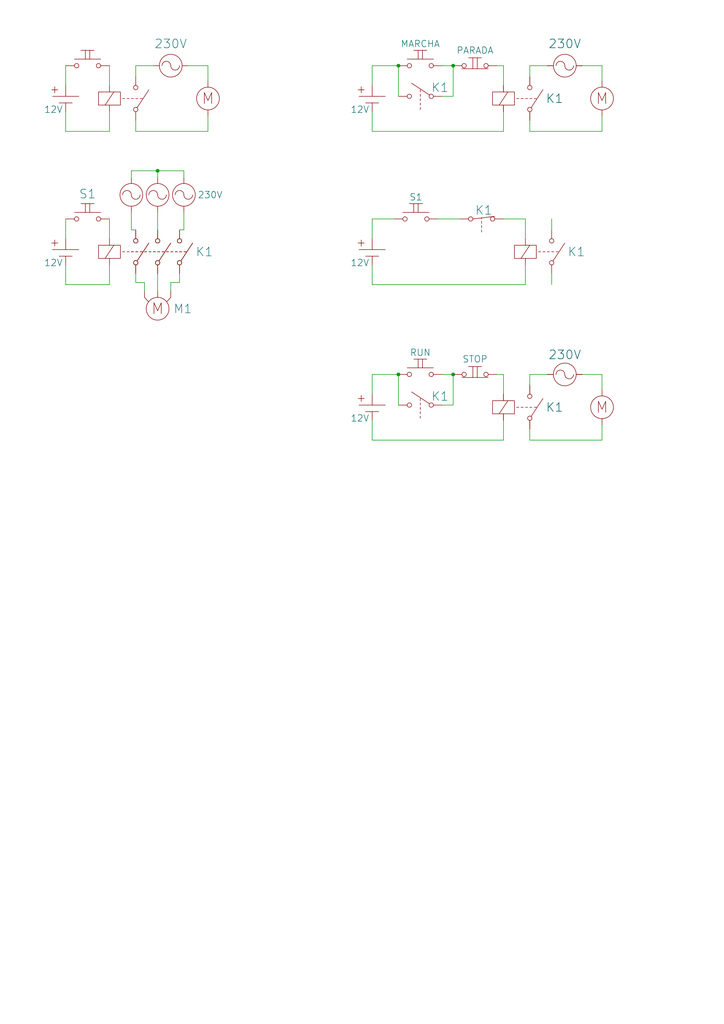
<source format=kicad_sch>
(kicad_sch (version 20230121) (generator eeschema)
  (paper "A4" portrait)
  (title_block (title "Circuitos eléctricos. Conexión serie y paralelo") (date "16/11/2018") (company "www.picuino.com") (comment 1 "Copyright (c) 2018 by Carlos Pardo") (comment 2 "License CC BY-SA 4.0"))
  (lib_symbols
    (symbol "electric-esquema-rele-rescue:Pila-simbolos" (pin_names (offset 1.016))
      (property "Reference" "V" (at 5.08 -4.445 0))
      (symbol "Pila-simbolos_0_1"
        (polyline (pts (xy -4.064 -1.27) (xy -2.286 -1.27)))
        (polyline (pts (xy -3.81 -3.175) (xy 3.81 -3.175)))
        (polyline (pts (xy -3.175 -0.381) (xy -3.175 -2.159)))
        (polyline (pts (xy -1.905 -5.08) (xy 1.905 -5.08)))
      )
      (symbol "Pila-simbolos_1_1"
        (pin input line (at 0 -7.62 90) (length 2.54) (name "") (number ""))
        (pin input line (at 0 0 270) (length 3.175) (name "") (number ""))
      )
    )
    (symbol "electric-esquema-rele-rescue:generador-simbolos" (pin_names (offset 1.016))
      (property "Reference" "V" (at 4.445 -5.08 0))
      (symbol "generador-simbolos_0_0"
        (arc (start 0 -5.08) (mid -1.27 -3.8155) (end -2.54 -5.08))
        (arc (start 0 -5.08) (mid 1.27 -6.3445) (end 2.54 -5.08))
      )
      (symbol "generador-simbolos_0_1"
        (circle (center 0 -5.08) (radius 3.302))
      )
      (symbol "generador-simbolos_1_1"
        (pin input line (at 0 -10.16 90) (length 1.778) (name "") (number ""))
        (pin input line (at 0 0 270) (length 1.778) (name "") (number ""))
      )
    )
    (symbol "electric-esquema-rele-rescue:motor-simbolos" (pin_names (offset 1.016))
      (property "Reference" "M" (at 4.445 -5.08 0))
      (symbol "motor-simbolos_0_0"
        (text "M" (at 0 -5.08 0) (effects (font (size 3.175 3.175))))
      )
      (symbol "motor-simbolos_0_1"
        (circle (center 0 -5.08) (radius 3.302))
      )
      (symbol "motor-simbolos_1_1"
        (pin input line (at 0 -10.16 90) (length 1.778) (name "") (number ""))
        (pin input line (at 0 0 270) (length 1.778) (name "") (number ""))
      )
    )
    (symbol "electric-esquema-rele-rescue:motor_trifásico-simbolos" (pin_names (offset 1.016))
      (property "Reference" "M" (at 4.445 -5.08 0))
      (symbol "motor_trifásico-simbolos_0_0"
        (text "M" (at 0 -5.08 0) (effects (font (size 3.175 3.175))))
      )
      (symbol "motor_trifásico-simbolos_0_1"
        (circle (center 0 -5.08) (radius 3.302))
        (polyline (pts (xy -3.81 -1.778) (xy -2.667 -3.048)))
        (polyline (pts (xy 3.81 -1.778) (xy 2.667 -3.048)))
      )
      (symbol "motor_trifásico-simbolos_1_1"
        (pin input line (at -3.81 0 270) (length 1.778) (name "") (number ""))
        (pin input line (at 0 0 270) (length 1.778) (name "") (number ""))
        (pin input line (at 3.81 0 270) (length 1.778) (name "") (number ""))
      )
    )
    (symbol "electric-esquema-rele-rescue:pulsador_na-simbolos" (pin_names (offset 1.016))
      (property "Reference" "S" (at 1.905 3.175 0))
      (symbol "pulsador_na-simbolos_0_0"
        (polyline (pts (xy 2.54 1.905) (xy 10.16 1.905)))
        (polyline (pts (xy 4.445 4.445) (xy 8.255 4.445)))
        (polyline (pts (xy 5.715 1.905) (xy 5.715 4.445)))
        (polyline (pts (xy 6.985 4.445) (xy 6.985 1.905)))
        (circle (center 3.175 0) (radius 0.635))
        (circle (center 9.525 0) (radius 0.635))
      )
      (symbol "pulsador_na-simbolos_1_1"
        (pin input line (at 0 0 0) (length 2.54) (name "") (number ""))
        (pin input line (at 12.7 0 180) (length 2.54) (name "") (number ""))
      )
    )
    (symbol "electric-esquema-rele-rescue:pulsador_nc-simbolos" (pin_names (offset 1.016))
      (property "Reference" "S" (at 3.81 3.175 0))
      (symbol "pulsador_nc-simbolos_0_0"
        (polyline (pts (xy 2.54 -0.889) (xy 10.16 -0.889)))
        (polyline (pts (xy 4.445 2.286) (xy 8.255 2.286)))
        (polyline (pts (xy 5.715 -0.889) (xy 5.715 2.286)))
        (polyline (pts (xy 6.985 -0.889) (xy 6.985 2.286)))
        (circle (center 3.175 0) (radius 0.635))
        (circle (center 9.525 0) (radius 0.635))
      )
      (symbol "pulsador_nc-simbolos_1_1"
        (pin input line (at 0 0 0) (length 2.54) (name "") (number ""))
        (pin input line (at 12.7 0 180) (length 2.54) (name "") (number ""))
      )
    )
    (symbol "electric-esquema-rele-rescue:rele-simbolos" (pin_names (offset 1.016))
      (property "Reference" "K" (at -4.445 -3.81 0))
      (symbol "rele-simbolos_0_0"
        (rectangle (start -3.175 -1.905) (end 3.175 -5.715))
        (polyline (pts (xy 1.27 -1.905) (xy -1.27 -5.715)))
        (polyline (pts (xy 3.81 -3.81) (xy 4.445 -3.81)))
        (polyline (pts (xy 5.08 -3.81) (xy 5.715 -3.81)))
        (polyline (pts (xy 6.35 -3.81) (xy 6.985 -3.81)))
        (polyline (pts (xy 7.62 -3.81) (xy 8.255 -3.81)))
        (polyline (pts (xy 8.89 -3.81) (xy 9.525 -3.81)))
      )
      (symbol "rele-simbolos_1_0"
        (polyline (pts (xy 11.43 -1.27) (xy 8.001 -6.477)))
        (circle (center 7.62 -6.985) (radius 0.635))
        (circle (center 7.62 -0.635) (radius 0.635))
      )
      (symbol "rele-simbolos_1_1"
        (pin input line (at 0 -7.62 90) (length 1.905) (name "") (number ""))
        (pin input line (at 0 0 270) (length 1.905) (name "") (number ""))
        (pin input line (at 7.62 -10.16 90) (length 2.54) (name "") (number ""))
        (pin input line (at 7.62 2.54 270) (length 2.54) (name "") (number ""))
      )
    )
    (symbol "electric-esquema-rele-rescue:rele_contacto-simbolos" (pin_names (offset 1.016))
      (property "Reference" "K" (at 1.27 -1.27 0))
      (symbol "rele_contacto-simbolos_0_0"
        (polyline (pts (xy -3.81 -6.35) (xy -3.175 -6.35)))
        (polyline (pts (xy -2.54 -6.35) (xy -1.905 -6.35)))
        (polyline (pts (xy -1.27 -6.35) (xy -0.635 -6.35)))
        (polyline (pts (xy 0 -6.35) (xy 0.635 -6.35)))
        (polyline (pts (xy 1.27 -6.35) (xy 1.905 -6.35)))
      )
      (symbol "rele_contacto-simbolos_1_0"
        (circle (center 0 -9.525) (radius 0.635))
        (circle (center 0 -3.175) (radius 0.635))
        (polyline (pts (xy 3.81 -3.81) (xy 0.381 -9.017)))
      )
      (symbol "rele_contacto-simbolos_1_1"
        (pin input line (at 0 -12.7 90) (length 2.54) (name "") (number ""))
        (pin input line (at 0 0 270) (length 2.54) (name "") (number ""))
      )
    )
    (symbol "electric-esquema-rele-rescue:rele_contacto_nc-simbolos" (pin_names (offset 1.016))
      (property "Reference" "K" (at 1.27 -1.27 0))
      (symbol "rele_contacto_nc-simbolos_0_0"
        (polyline (pts (xy -3.81 -6.35) (xy -3.175 -6.35)))
        (polyline (pts (xy -2.54 -6.35) (xy -1.905 -6.35)))
        (polyline (pts (xy -1.27 -6.35) (xy -0.635 -6.35)))
      )
      (symbol "rele_contacto_nc-simbolos_0_1"
        (polyline (pts (xy 0 -8.89) (xy 0.762 -2.54)))
        (polyline (pts (xy 0 -6.35) (xy 0.254 -6.35)))
      )
      (symbol "rele_contacto_nc-simbolos_1_0"
        (circle (center 0 -9.525) (radius 0.635))
        (circle (center 0 -3.175) (radius 0.635))
      )
      (symbol "rele_contacto_nc-simbolos_1_1"
        (pin input line (at 0 -12.7 90) (length 2.54) (name "") (number ""))
        (pin input line (at 0 0 270) (length 2.54) (name "") (number ""))
      )
    )
    (symbol "electric-esquema-rele-rescue:rele_contactor-simbolos" (pin_names (offset 1.016))
      (property "Reference" "K" (at -4.445 -3.81 0))
      (symbol "rele_contactor-simbolos_0_0"
        (rectangle (start -3.175 -1.905) (end 3.175 -5.715))
        (polyline (pts (xy 1.27 -1.905) (xy -1.27 -5.715)))
        (polyline (pts (xy 3.81 -3.81) (xy 4.445 -3.81)))
        (polyline (pts (xy 5.08 -3.81) (xy 5.715 -3.81)))
        (polyline (pts (xy 6.35 -3.81) (xy 6.985 -3.81)))
        (polyline (pts (xy 6.35 -3.81) (xy 6.985 -3.81)))
        (polyline (pts (xy 7.62 -3.81) (xy 8.255 -3.81)))
        (polyline (pts (xy 7.62 -3.81) (xy 8.255 -3.81)))
        (polyline (pts (xy 8.89 -3.81) (xy 9.525 -3.81)))
        (polyline (pts (xy 8.89 -3.81) (xy 9.525 -3.81)))
        (polyline (pts (xy 10.16 -3.81) (xy 10.795 -3.81)))
        (polyline (pts (xy 10.16 -3.81) (xy 10.795 -3.81)))
        (polyline (pts (xy 11.43 -3.81) (xy 12.065 -3.81)))
        (polyline (pts (xy 11.43 -3.81) (xy 12.065 -3.81)))
        (polyline (pts (xy 12.7 -3.81) (xy 13.335 -3.81)))
        (polyline (pts (xy 12.7 -3.81) (xy 13.335 -3.81)))
        (polyline (pts (xy 13.97 -3.81) (xy 14.605 -3.81)))
        (polyline (pts (xy 13.97 -3.81) (xy 14.605 -3.81)))
        (polyline (pts (xy 15.24 -3.81) (xy 15.875 -3.81)))
        (polyline (pts (xy 15.24 -3.81) (xy 15.875 -3.81)))
        (polyline (pts (xy 16.51 -3.81) (xy 17.145 -3.81)))
        (polyline (pts (xy 16.51 -3.81) (xy 17.145 -3.81)))
        (polyline (pts (xy 17.78 -3.81) (xy 18.415 -3.81)))
        (polyline (pts (xy 17.78 -3.81) (xy 18.415 -3.81)))
        (polyline (pts (xy 19.05 -3.81) (xy 19.685 -3.81)))
        (polyline (pts (xy 19.05 -3.81) (xy 19.685 -3.81)))
        (polyline (pts (xy 20.32 -3.81) (xy 20.955 -3.81)))
        (polyline (pts (xy 20.32 -3.81) (xy 20.955 -3.81)))
        (polyline (pts (xy 21.59 -3.81) (xy 22.225 -3.81)))
        (polyline (pts (xy 21.59 -3.81) (xy 22.225 -3.81)))
      )
      (symbol "rele_contactor-simbolos_1_0"
        (polyline (pts (xy 11.43 -1.27) (xy 8.001 -6.477)))
        (polyline (pts (xy 11.43 -1.27) (xy 8.001 -6.477)))
        (polyline (pts (xy 17.78 -1.27) (xy 14.351 -6.477)))
        (polyline (pts (xy 17.78 -1.27) (xy 14.351 -6.477)))
        (polyline (pts (xy 24.13 -1.27) (xy 20.701 -6.477)))
        (polyline (pts (xy 24.13 -1.27) (xy 20.701 -6.477)))
        (circle (center 7.62 -6.985) (radius 0.635))
        (circle (center 7.62 -6.985) (radius 0.635))
        (circle (center 7.62 -0.635) (radius 0.635))
        (circle (center 7.62 -0.635) (radius 0.635))
        (circle (center 13.97 -6.985) (radius 0.635))
        (circle (center 13.97 -6.985) (radius 0.635))
        (circle (center 13.97 -0.635) (radius 0.635))
        (circle (center 13.97 -0.635) (radius 0.635))
        (circle (center 20.32 -6.985) (radius 0.635))
        (circle (center 20.32 -6.985) (radius 0.635))
        (circle (center 20.32 -0.635) (radius 0.635))
        (circle (center 20.32 -0.635) (radius 0.635))
      )
      (symbol "rele_contactor-simbolos_1_1"
        (pin input line (at 0 -7.62 90) (length 1.905) (name "") (number ""))
        (pin input line (at 0 0 270) (length 1.905) (name "") (number ""))
        (pin input line (at 7.62 -10.16 90) (length 2.54) (name "") (number ""))
        (pin input line (at 7.62 -10.16 90) (length 2.54) (name "") (number ""))
        (pin input line (at 7.62 2.54 270) (length 2.54) (name "") (number ""))
        (pin input line (at 7.62 2.54 270) (length 2.54) (name "") (number ""))
        (pin input line (at 13.97 -10.16 90) (length 2.54) (name "") (number ""))
        (pin input line (at 13.97 -10.16 90) (length 2.54) (name "") (number ""))
        (pin input line (at 13.97 2.54 270) (length 2.54) (name "") (number ""))
        (pin input line (at 13.97 2.54 270) (length 2.54) (name "") (number ""))
        (pin input line (at 20.32 -10.16 90) (length 2.54) (name "") (number ""))
        (pin input line (at 20.32 -10.16 90) (length 2.54) (name "") (number ""))
        (pin input line (at 20.32 2.54 270) (length 2.54) (name "") (number ""))
        (pin input line (at 20.32 2.54 270) (length 2.54) (name "") (number ""))
      )
    )
    (symbol "simbolos-electricos:generador_h" (pin_names (offset 1.016))
      (property "Reference" "V" (at 3.81 5.08 0))
      (symbol "generador_h_0_0"
        (arc (start 5.08 0) (mid 3.81 1.2645) (end 2.54 0))
        (arc (start 5.08 0) (mid 6.35 -1.2645) (end 7.62 0))
      )
      (symbol "generador_h_0_1"
        (circle (center 5.08 0) (radius 3.302))
      )
      (symbol "generador_h_1_1"
        (pin input line (at 0 0 0) (length 1.778) (name "") (number ""))
        (pin input line (at 10.16 0 180) (length 1.778) (name "") (number ""))
      )
    )
  )
  (junction (at 131.445 108.585))
  (junction (at 131.445 19.05))
  (junction (at 45.72 49.53))
  (junction (at 115.57 19.05))
  (junction (at 115.57 108.585))
  (wire (pts (xy 53.34 66.675) (xy 52.07 66.675)))
  (wire (pts (xy 128.27 117.475) (xy 131.445 117.475)))
  (wire (pts (xy 39.37 34.925) (xy 39.37 38.1)))
  (wire (pts (xy 115.57 19.05) (xy 107.95 19.05)))
  (wire (pts (xy 45.72 49.53) (xy 45.72 51.435)))
  (wire (pts (xy 152.4 76.835) (xy 152.4 82.55)))
  (wire (pts (xy 38.1 61.595) (xy 38.1 66.675)))
  (wire (pts (xy 60.325 23.495) (xy 60.325 19.05)))
  (wire (pts (xy 107.95 108.585) (xy 107.95 114.3)))
  (wire (pts (xy 144.145 108.585) (xy 146.05 108.585)))
  (wire (pts (xy 45.72 61.595) (xy 45.72 66.675)))
  (wire (pts (xy 128.27 27.94) (xy 131.445 27.94)))
  (wire (pts (xy 49.53 81.915) (xy 52.07 81.915)))
  (wire (pts (xy 39.37 19.05) (xy 39.37 22.225)))
  (wire (pts (xy 31.75 69.215) (xy 31.75 63.5)))
  (wire (pts (xy 146.05 121.92) (xy 146.05 127.635)))
  (wire (pts (xy 38.1 51.435) (xy 38.1 49.53)))
  (wire (pts (xy 153.67 127.635) (xy 174.625 127.635)))
  (wire (pts (xy 168.91 19.05) (xy 174.625 19.05)))
  (wire (pts (xy 19.05 38.1) (xy 31.75 38.1)))
  (wire (pts (xy 160.02 63.5) (xy 160.02 66.675)))
  (wire (pts (xy 174.625 23.495) (xy 174.625 19.05)))
  (wire (pts (xy 144.145 19.05) (xy 146.05 19.05)))
  (wire (pts (xy 114.3 63.5) (xy 107.95 63.5)))
  (wire (pts (xy 107.95 121.92) (xy 107.95 127.635)))
  (wire (pts (xy 153.67 108.585) (xy 153.67 111.76)))
  (wire (pts (xy 31.75 38.1) (xy 31.75 32.385)))
  (wire (pts (xy 146.05 108.585) (xy 146.05 114.3)))
  (wire (pts (xy 153.67 19.05) (xy 158.75 19.05)))
  (wire (pts (xy 60.325 19.05) (xy 54.61 19.05)))
  (wire (pts (xy 19.05 32.385) (xy 19.05 38.1)))
  (wire (pts (xy 146.05 19.05) (xy 146.05 24.765)))
  (wire (pts (xy 174.625 113.03) (xy 174.625 108.585)))
  (wire (pts (xy 39.37 38.1) (xy 60.325 38.1)))
  (wire (pts (xy 153.67 108.585) (xy 158.75 108.585)))
  (wire (pts (xy 45.72 84.455) (xy 45.72 79.375)))
  (wire (pts (xy 19.05 82.55) (xy 31.75 82.55)))
  (wire (pts (xy 153.67 38.1) (xy 174.625 38.1)))
  (wire (pts (xy 131.445 117.475) (xy 131.445 108.585)))
  (wire (pts (xy 131.445 27.94) (xy 131.445 19.05)))
  (wire (pts (xy 115.57 27.94) (xy 115.57 19.05)))
  (wire (pts (xy 107.95 38.1) (xy 146.05 38.1)))
  (wire (pts (xy 115.57 117.475) (xy 115.57 108.585)))
  (wire (pts (xy 60.325 38.1) (xy 60.325 33.655)))
  (wire (pts (xy 19.05 76.835) (xy 19.05 82.55)))
  (wire (pts (xy 131.445 108.585) (xy 128.27 108.585)))
  (wire (pts (xy 160.02 79.375) (xy 160.02 82.55)))
  (wire (pts (xy 45.72 49.53) (xy 53.34 49.53)))
  (wire (pts (xy 107.95 19.05) (xy 107.95 24.765)))
  (wire (pts (xy 38.1 49.53) (xy 45.72 49.53)))
  (wire (pts (xy 152.4 63.5) (xy 152.4 69.215)))
  (wire (pts (xy 53.34 49.53) (xy 53.34 51.435)))
  (wire (pts (xy 174.625 38.1) (xy 174.625 33.655)))
  (wire (pts (xy 31.75 76.835) (xy 31.75 82.55)))
  (wire (pts (xy 131.445 19.05) (xy 128.27 19.05)))
  (wire (pts (xy 39.37 81.915) (xy 39.37 79.375)))
  (wire (pts (xy 107.95 63.5) (xy 107.95 69.215)))
  (wire (pts (xy 107.95 82.55) (xy 152.4 82.55)))
  (wire (pts (xy 174.625 127.635) (xy 174.625 123.19)))
  (wire (pts (xy 146.05 63.5) (xy 152.4 63.5)))
  (wire (pts (xy 53.34 61.595) (xy 53.34 66.675)))
  (wire (pts (xy 44.45 19.05) (xy 39.37 19.05)))
  (wire (pts (xy 107.95 127.635) (xy 146.05 127.635)))
  (wire (pts (xy 153.67 19.05) (xy 153.67 22.225)))
  (wire (pts (xy 49.53 84.455) (xy 49.53 81.915)))
  (wire (pts (xy 31.75 24.765) (xy 31.75 19.05)))
  (wire (pts (xy 153.67 34.925) (xy 153.67 38.1)))
  (wire (pts (xy 41.91 84.455) (xy 41.91 81.915)))
  (wire (pts (xy 107.95 32.385) (xy 107.95 38.1)))
  (wire (pts (xy 153.67 124.46) (xy 153.67 127.635)))
  (wire (pts (xy 41.91 81.915) (xy 39.37 81.915)))
  (wire (pts (xy 19.05 24.765) (xy 19.05 19.05)))
  (wire (pts (xy 168.91 108.585) (xy 174.625 108.585)))
  (wire (pts (xy 133.35 63.5) (xy 127 63.5)))
  (wire (pts (xy 115.57 108.585) (xy 107.95 108.585)))
  (wire (pts (xy 19.05 69.215) (xy 19.05 63.5)))
  (wire (pts (xy 38.1 66.675) (xy 39.37 66.675)))
  (wire (pts (xy 107.95 76.835) (xy 107.95 82.55)))
  (wire (pts (xy 146.05 32.385) (xy 146.05 38.1)))
  (wire (pts (xy 52.07 81.915) (xy 52.07 79.375)))
  (text "IMPRIMIR CON WIRE THICKNESS EN 12MILS Y LOS COMPONENTES EN 12MILS" (at 64.77 -3.81 0) (effects (font (size 1.27 1.27)) (justify left bottom)))
  (symbol (lib_id "electric-esquema-rele-rescue:rele-simbolos") (at 31.75 24.765 0) (unit 1)
    (property "Reference" "K?" (effects hide))
    (property "Value" "rele" (effects hide))
  )
  (symbol (lib_id "electric-esquema-rele-rescue:Pila-simbolos") (at 19.05 24.765 0) (unit 1)
    (property "Reference" "V?" (effects hide))
    (property "Value" "12V" (at 12.7 31.75 0) (effects (font (size 1.905 1.905)) (justify left)))
  )
  (symbol (lib_id "electric-esquema-rele-rescue:pulsador_na-simbolos") (at 19.05 19.05 0) (unit 1)
    (property "Reference" "S?" (effects hide))
    (property "Value" "pulsador_na" (effects hide))
  )
  (symbol (lib_id "electric-esquema-rele-rescue:motor-simbolos") (at 60.325 23.495 0) (unit 1)
    (property "Reference" "M?" (effects hide))
    (property "Value" "motor" (effects hide))
  )
  (symbol (lib_id "electric-esquema-rele-rescue:rele-simbolos") (at 146.05 24.765 0) (unit 1)
    (property "Reference" "K1" (at 158.1658 28.575 0) (effects (font (size 2.54 2.54)) (justify left)))
    (property "Value" "rele" (effects hide))
  )
  (symbol (lib_id "electric-esquema-rele-rescue:Pila-simbolos") (at 107.95 24.765 0) (unit 1)
    (property "Reference" "V?" (effects hide))
    (property "Value" "12V" (at 101.6 31.75 0) (effects (font (size 1.905 1.905)) (justify left)))
  )
  (symbol (lib_id "electric-esquema-rele-rescue:pulsador_na-simbolos") (at 115.57 19.05 0) (unit 1)
    (property "Reference" "S?" (effects hide))
    (property "Value" "MARCHA" (at 121.92 12.7 0) (effects (font (size 1.905 1.905))))
  )
  (symbol (lib_id "electric-esquema-rele-rescue:motor-simbolos") (at 174.625 23.495 0) (unit 1)
    (property "Reference" "M?" (effects hide))
    (property "Value" "motor" (effects hide))
  )
  (symbol (lib_id "electric-esquema-rele-rescue:rele-simbolos") (at 152.4 69.215 0) (unit 1)
    (property "Reference" "K1" (at 164.5158 73.025 0) (effects (font (size 2.54 2.54)) (justify left)))
    (property "Value" "rele" (effects hide))
  )
  (symbol (lib_id "electric-esquema-rele-rescue:Pila-simbolos") (at 107.95 69.215 0) (unit 1)
    (property "Reference" "V?" (effects hide))
    (property "Value" "12V" (at 101.6 76.2 0) (effects (font (size 1.905 1.905)) (justify left)))
  )
  (symbol (lib_id "electric-esquema-rele-rescue:pulsador_na-simbolos") (at 114.3 63.5 0) (unit 1)
    (property "Reference" "S?" (effects hide))
    (property "Value" "S1" (at 120.65 57.15 0) (effects (font (size 1.905 1.905))))
  )
  (symbol (lib_id "electric-esquema-rele-rescue:rele_contacto-simbolos") (at 115.57 27.94 90) (unit 1)
    (property "Reference" "K1" (at 127.635 25.4 90) (effects (font (size 2.54 2.54))))
    (property "Value" "rele_contacto" (effects hide))
  )
  (symbol (lib_id "electric-esquema-rele-rescue:pulsador_nc-simbolos") (at 131.445 19.05 0) (unit 1)
    (property "Reference" "S?" (effects hide))
    (property "Value" "PARADA" (at 137.795 14.605 0) (effects (font (size 1.905 1.905))))
  )
  (symbol (lib_id "electric-esquema-rele-rescue:rele_contacto_nc-simbolos") (at 146.05 63.5 270) (mirror x) (unit 1)
    (property "Reference" "K1" (at 140.335 60.96 90) (effects (font (size 2.54 2.54))))
    (property "Value" "rele_contacto_nc" (effects hide))
  )
  (symbol (lib_id "electric-esquema-rele-rescue:Pila-simbolos") (at 19.05 69.215 0) (unit 1)
    (property "Reference" "V?" (effects hide))
    (property "Value" "12V" (at 12.7 76.2 0) (effects (font (size 1.905 1.905)) (justify left)))
  )
  (symbol (lib_id "electric-esquema-rele-rescue:pulsador_na-simbolos") (at 19.05 63.5 0) (unit 1)
    (property "Reference" "S1" (at 25.4 56.2356 0) (effects (font (size 2.54 2.54))))
    (property "Value" "pulsador_na" (effects hide))
  )
  (symbol (lib_id "electric-esquema-rele-rescue:generador-simbolos") (at 38.1 61.595 180) (unit 1)
    (property "Reference" "V?" (effects hide))
    (property "Value" "230V" (effects hide))
  )
  (symbol (lib_id "electric-esquema-rele-rescue:rele_contactor-simbolos") (at 31.75 69.215 0) (unit 1)
    (property "Reference" "K1" (at 56.5912 73.025 0) (effects (font (size 2.54 2.54)) (justify left)))
    (property "Value" "rele_contactor" (effects hide))
  )
  (symbol (lib_id "electric-esquema-rele-rescue:motor_trifásico-simbolos") (at 45.72 84.455 0) (unit 1)
    (property "Reference" "M1" (at 50.165 89.535 0) (effects (font (size 2.54 2.54)) (justify left)))
    (property "Value" "motor_trifásico" (effects hide))
  )
  (symbol (lib_id "electric-esquema-rele-rescue:generador-simbolos") (at 45.72 61.595 180) (unit 1)
    (property "Reference" "V?" (effects hide))
    (property "Value" "230V" (effects hide))
  )
  (symbol (lib_id "electric-esquema-rele-rescue:generador-simbolos") (at 53.34 61.595 180) (unit 1)
    (property "Reference" "V?" (effects hide))
    (property "Value" "230V" (at 60.96 56.515 0) (effects (font (size 1.905 1.905))))
  )
  (symbol (lib_id "electric-esquema-rele-rescue:pulsador_na-simbolos") (at 115.57 108.585 0) (unit 1)
    (property "Reference" "S2" (effects hide))
    (property "Value" "RUN" (at 121.92 102.235 0) (effects (font (size 1.905 1.905))))
  )
  (symbol (lib_id "simbolos-electricos:generador_h") (at 158.75 108.585 0) (unit 1)
    (property "Reference" "230V" (at 163.83 102.87 0) (effects (font (size 2.54 2.54))))
    (property "Value" "generador_h" (effects hide))
  )
  (symbol (lib_id "electric-esquema-rele-rescue:Pila-simbolos") (at 107.95 114.3 0) (unit 1)
    (property "Reference" "V1" (effects hide))
    (property "Value" "12V" (at 101.6 121.285 0) (effects (font (size 1.905 1.905)) (justify left)))
  )
  (symbol (lib_id "simbolos-electricos:generador_h") (at 44.45 19.05 0) (unit 1)
    (property "Reference" "230V" (at 49.53 12.7 0) (effects (font (size 2.54 2.54))))
    (property "Value" "generador_h" (effects hide))
  )
  (symbol (lib_id "electric-esquema-rele-rescue:pulsador_nc-simbolos") (at 131.445 108.585 0) (unit 1)
    (property "Reference" "S3" (effects hide))
    (property "Value" "STOP" (at 137.795 104.14 0) (effects (font (size 1.905 1.905))))
  )
  (symbol (lib_id "electric-esquema-rele-rescue:rele-simbolos") (at 146.05 114.3 0) (unit 1)
    (property "Reference" "K1" (at 158.1658 118.11 0) (effects (font (size 2.54 2.54)) (justify left)))
    (property "Value" "rele" (effects hide))
  )
  (symbol (lib_id "electric-esquema-rele-rescue:rele_contacto-simbolos") (at 115.57 117.475 90) (unit 1)
    (property "Reference" "K1" (at 127.635 114.935 90) (effects (font (size 2.54 2.54))))
    (property "Value" "rele_contacto" (effects hide))
  )
  (symbol (lib_id "simbolos-electricos:generador_h") (at 158.75 19.05 0) (unit 1)
    (property "Reference" "230V" (at 163.83 12.7 0) (effects (font (size 2.54 2.54))))
    (property "Value" "generador_h" (effects hide))
  )
  (symbol (lib_id "electric-esquema-rele-rescue:motor-simbolos") (at 174.625 113.03 0) (unit 1)
    (property "Reference" "M2" (effects hide))
    (property "Value" "motor" (effects hide))
  )
)
</source>
